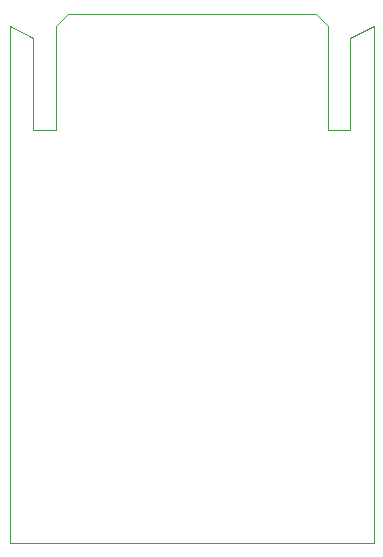
<source format=gm1>
G04 #@! TF.GenerationSoftware,KiCad,Pcbnew,(6.0.4)*
G04 #@! TF.CreationDate,2023-05-30T12:56:23+02:00*
G04 #@! TF.ProjectId,MicroPicoDriveCartridge,4d696372-6f50-4696-936f-447269766543,rev?*
G04 #@! TF.SameCoordinates,Original*
G04 #@! TF.FileFunction,Profile,NP*
%FSLAX46Y46*%
G04 Gerber Fmt 4.6, Leading zero omitted, Abs format (unit mm)*
G04 Created by KiCad (PCBNEW (6.0.4)) date 2023-05-30 12:56:23*
%MOMM*%
%LPD*%
G01*
G04 APERTURE LIST*
G04 #@! TA.AperFunction,Profile*
%ADD10C,0.100000*%
G04 #@! TD*
G04 #@! TA.AperFunction,Profile*
%ADD11C,0.120000*%
G04 #@! TD*
G04 APERTURE END LIST*
D10*
X127325000Y-73375000D02*
X127325000Y-108375000D01*
X158125000Y-108375000D02*
X127325000Y-108375000D01*
X158125000Y-73375000D02*
X158125000Y-108375000D01*
D11*
X132225000Y-63575000D02*
X131225000Y-64575000D01*
X131225000Y-73375000D02*
X129325000Y-73375000D01*
X127325000Y-64575000D02*
X129325000Y-65575000D01*
X127325000Y-73375000D02*
X127325000Y-64575000D01*
X154225000Y-64575000D02*
X154225000Y-73375000D01*
X132225000Y-63575000D02*
X153225000Y-63575000D01*
X153225000Y-63575000D02*
X154225000Y-64575000D01*
X154225000Y-73375000D02*
X156125000Y-73375000D01*
X131225000Y-64575000D02*
X131225000Y-73375000D01*
X156125000Y-73375000D02*
X156125000Y-65575000D01*
X129325000Y-73375000D02*
X129325000Y-65575000D01*
X156125000Y-65575000D02*
X158125000Y-64575000D01*
X158125000Y-73375000D02*
X158125000Y-64575000D01*
M02*

</source>
